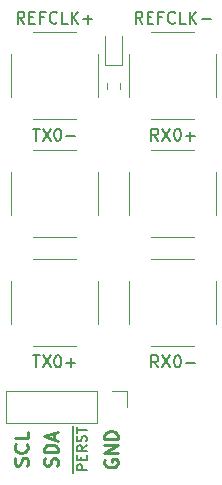
<source format=gto>
G04 #@! TF.GenerationSoftware,KiCad,Pcbnew,5.1.10*
G04 #@! TF.CreationDate,2021-09-17T19:19:20-07:00*
G04 #@! TF.ProjectId,PCIEX1-SMA,50434945-5831-42d5-934d-412e6b696361,rev?*
G04 #@! TF.SameCoordinates,Original*
G04 #@! TF.FileFunction,Legend,Top*
G04 #@! TF.FilePolarity,Positive*
%FSLAX46Y46*%
G04 Gerber Fmt 4.6, Leading zero omitted, Abs format (unit mm)*
G04 Created by KiCad (PCBNEW 5.1.10) date 2021-09-17 19:19:20*
%MOMM*%
%LPD*%
G01*
G04 APERTURE LIST*
%ADD10C,0.225000*%
%ADD11C,0.150000*%
%ADD12C,0.120000*%
%ADD13R,1.700000X1.700000*%
%ADD14O,1.700000X1.700000*%
%ADD15C,2.050000*%
%ADD16C,2.250000*%
%ADD17R,0.700000X4.300000*%
%ADD18R,0.700000X3.200000*%
G04 APERTURE END LIST*
D10*
X149775000Y-108776190D02*
X149720238Y-108885714D01*
X149720238Y-109050000D01*
X149775000Y-109214285D01*
X149884523Y-109323809D01*
X149994047Y-109378571D01*
X150213095Y-109433333D01*
X150377380Y-109433333D01*
X150596428Y-109378571D01*
X150705952Y-109323809D01*
X150815476Y-109214285D01*
X150870238Y-109050000D01*
X150870238Y-108940476D01*
X150815476Y-108776190D01*
X150760714Y-108721428D01*
X150377380Y-108721428D01*
X150377380Y-108940476D01*
X150870238Y-108228571D02*
X149720238Y-108228571D01*
X150870238Y-107571428D01*
X149720238Y-107571428D01*
X150870238Y-107023809D02*
X149720238Y-107023809D01*
X149720238Y-106750000D01*
X149775000Y-106585714D01*
X149884523Y-106476190D01*
X149994047Y-106421428D01*
X150213095Y-106366666D01*
X150377380Y-106366666D01*
X150596428Y-106421428D01*
X150705952Y-106476190D01*
X150815476Y-106585714D01*
X150870238Y-106750000D01*
X150870238Y-107023809D01*
D11*
X147043000Y-109863095D02*
X147043000Y-109013095D01*
X148234523Y-109660714D02*
X147384523Y-109660714D01*
X147384523Y-109336904D01*
X147425000Y-109255952D01*
X147465476Y-109215476D01*
X147546428Y-109175000D01*
X147667857Y-109175000D01*
X147748809Y-109215476D01*
X147789285Y-109255952D01*
X147829761Y-109336904D01*
X147829761Y-109660714D01*
X147043000Y-109013095D02*
X147043000Y-108244047D01*
X147789285Y-108810714D02*
X147789285Y-108527380D01*
X148234523Y-108405952D02*
X148234523Y-108810714D01*
X147384523Y-108810714D01*
X147384523Y-108405952D01*
X147043000Y-108244047D02*
X147043000Y-107394047D01*
X148234523Y-107555952D02*
X147829761Y-107839285D01*
X148234523Y-108041666D02*
X147384523Y-108041666D01*
X147384523Y-107717857D01*
X147425000Y-107636904D01*
X147465476Y-107596428D01*
X147546428Y-107555952D01*
X147667857Y-107555952D01*
X147748809Y-107596428D01*
X147789285Y-107636904D01*
X147829761Y-107717857D01*
X147829761Y-108041666D01*
X147043000Y-107394047D02*
X147043000Y-106584523D01*
X148194047Y-107232142D02*
X148234523Y-107110714D01*
X148234523Y-106908333D01*
X148194047Y-106827380D01*
X148153571Y-106786904D01*
X148072619Y-106746428D01*
X147991666Y-106746428D01*
X147910714Y-106786904D01*
X147870238Y-106827380D01*
X147829761Y-106908333D01*
X147789285Y-107070238D01*
X147748809Y-107151190D01*
X147708333Y-107191666D01*
X147627380Y-107232142D01*
X147546428Y-107232142D01*
X147465476Y-107191666D01*
X147425000Y-107151190D01*
X147384523Y-107070238D01*
X147384523Y-106867857D01*
X147425000Y-106746428D01*
X147043000Y-106584523D02*
X147043000Y-105936904D01*
X147384523Y-106503571D02*
X147384523Y-106017857D01*
X148234523Y-106260714D02*
X147384523Y-106260714D01*
D10*
X145715476Y-109296428D02*
X145770238Y-109132142D01*
X145770238Y-108858333D01*
X145715476Y-108748809D01*
X145660714Y-108694047D01*
X145551190Y-108639285D01*
X145441666Y-108639285D01*
X145332142Y-108694047D01*
X145277380Y-108748809D01*
X145222619Y-108858333D01*
X145167857Y-109077380D01*
X145113095Y-109186904D01*
X145058333Y-109241666D01*
X144948809Y-109296428D01*
X144839285Y-109296428D01*
X144729761Y-109241666D01*
X144675000Y-109186904D01*
X144620238Y-109077380D01*
X144620238Y-108803571D01*
X144675000Y-108639285D01*
X145770238Y-108146428D02*
X144620238Y-108146428D01*
X144620238Y-107872619D01*
X144675000Y-107708333D01*
X144784523Y-107598809D01*
X144894047Y-107544047D01*
X145113095Y-107489285D01*
X145277380Y-107489285D01*
X145496428Y-107544047D01*
X145605952Y-107598809D01*
X145715476Y-107708333D01*
X145770238Y-107872619D01*
X145770238Y-108146428D01*
X145441666Y-107051190D02*
X145441666Y-106503571D01*
X145770238Y-107160714D02*
X144620238Y-106777380D01*
X145770238Y-106394047D01*
X143215476Y-109269047D02*
X143270238Y-109104761D01*
X143270238Y-108830952D01*
X143215476Y-108721428D01*
X143160714Y-108666666D01*
X143051190Y-108611904D01*
X142941666Y-108611904D01*
X142832142Y-108666666D01*
X142777380Y-108721428D01*
X142722619Y-108830952D01*
X142667857Y-109050000D01*
X142613095Y-109159523D01*
X142558333Y-109214285D01*
X142448809Y-109269047D01*
X142339285Y-109269047D01*
X142229761Y-109214285D01*
X142175000Y-109159523D01*
X142120238Y-109050000D01*
X142120238Y-108776190D01*
X142175000Y-108611904D01*
X143160714Y-107461904D02*
X143215476Y-107516666D01*
X143270238Y-107680952D01*
X143270238Y-107790476D01*
X143215476Y-107954761D01*
X143105952Y-108064285D01*
X142996428Y-108119047D01*
X142777380Y-108173809D01*
X142613095Y-108173809D01*
X142394047Y-108119047D01*
X142284523Y-108064285D01*
X142175000Y-107954761D01*
X142120238Y-107790476D01*
X142120238Y-107680952D01*
X142175000Y-107516666D01*
X142229761Y-107461904D01*
X143270238Y-106421428D02*
X143270238Y-106969047D01*
X142120238Y-106969047D01*
D11*
X142954761Y-71852380D02*
X142621428Y-71376190D01*
X142383333Y-71852380D02*
X142383333Y-70852380D01*
X142764285Y-70852380D01*
X142859523Y-70900000D01*
X142907142Y-70947619D01*
X142954761Y-71042857D01*
X142954761Y-71185714D01*
X142907142Y-71280952D01*
X142859523Y-71328571D01*
X142764285Y-71376190D01*
X142383333Y-71376190D01*
X143383333Y-71328571D02*
X143716666Y-71328571D01*
X143859523Y-71852380D02*
X143383333Y-71852380D01*
X143383333Y-70852380D01*
X143859523Y-70852380D01*
X144621428Y-71328571D02*
X144288095Y-71328571D01*
X144288095Y-71852380D02*
X144288095Y-70852380D01*
X144764285Y-70852380D01*
X145716666Y-71757142D02*
X145669047Y-71804761D01*
X145526190Y-71852380D01*
X145430952Y-71852380D01*
X145288095Y-71804761D01*
X145192857Y-71709523D01*
X145145238Y-71614285D01*
X145097619Y-71423809D01*
X145097619Y-71280952D01*
X145145238Y-71090476D01*
X145192857Y-70995238D01*
X145288095Y-70900000D01*
X145430952Y-70852380D01*
X145526190Y-70852380D01*
X145669047Y-70900000D01*
X145716666Y-70947619D01*
X146621428Y-71852380D02*
X146145238Y-71852380D01*
X146145238Y-70852380D01*
X146954761Y-71852380D02*
X146954761Y-70852380D01*
X147526190Y-71852380D02*
X147097619Y-71280952D01*
X147526190Y-70852380D02*
X146954761Y-71423809D01*
X147954761Y-71471428D02*
X148716666Y-71471428D01*
X148335714Y-71852380D02*
X148335714Y-71090476D01*
X143692857Y-80752380D02*
X144264285Y-80752380D01*
X143978571Y-81752380D02*
X143978571Y-80752380D01*
X144502380Y-80752380D02*
X145169047Y-81752380D01*
X145169047Y-80752380D02*
X144502380Y-81752380D01*
X145740476Y-80752380D02*
X145835714Y-80752380D01*
X145930952Y-80800000D01*
X145978571Y-80847619D01*
X146026190Y-80942857D01*
X146073809Y-81133333D01*
X146073809Y-81371428D01*
X146026190Y-81561904D01*
X145978571Y-81657142D01*
X145930952Y-81704761D01*
X145835714Y-81752380D01*
X145740476Y-81752380D01*
X145645238Y-81704761D01*
X145597619Y-81657142D01*
X145550000Y-81561904D01*
X145502380Y-81371428D01*
X145502380Y-81133333D01*
X145550000Y-80942857D01*
X145597619Y-80847619D01*
X145645238Y-80800000D01*
X145740476Y-80752380D01*
X146502380Y-81371428D02*
X147264285Y-81371428D01*
X143692857Y-99952380D02*
X144264285Y-99952380D01*
X143978571Y-100952380D02*
X143978571Y-99952380D01*
X144502380Y-99952380D02*
X145169047Y-100952380D01*
X145169047Y-99952380D02*
X144502380Y-100952380D01*
X145740476Y-99952380D02*
X145835714Y-99952380D01*
X145930952Y-100000000D01*
X145978571Y-100047619D01*
X146026190Y-100142857D01*
X146073809Y-100333333D01*
X146073809Y-100571428D01*
X146026190Y-100761904D01*
X145978571Y-100857142D01*
X145930952Y-100904761D01*
X145835714Y-100952380D01*
X145740476Y-100952380D01*
X145645238Y-100904761D01*
X145597619Y-100857142D01*
X145550000Y-100761904D01*
X145502380Y-100571428D01*
X145502380Y-100333333D01*
X145550000Y-100142857D01*
X145597619Y-100047619D01*
X145645238Y-100000000D01*
X145740476Y-99952380D01*
X146502380Y-100571428D02*
X147264285Y-100571428D01*
X146883333Y-100952380D02*
X146883333Y-100190476D01*
X154288095Y-100952380D02*
X153954761Y-100476190D01*
X153716666Y-100952380D02*
X153716666Y-99952380D01*
X154097619Y-99952380D01*
X154192857Y-100000000D01*
X154240476Y-100047619D01*
X154288095Y-100142857D01*
X154288095Y-100285714D01*
X154240476Y-100380952D01*
X154192857Y-100428571D01*
X154097619Y-100476190D01*
X153716666Y-100476190D01*
X154621428Y-99952380D02*
X155288095Y-100952380D01*
X155288095Y-99952380D02*
X154621428Y-100952380D01*
X155859523Y-99952380D02*
X155954761Y-99952380D01*
X156050000Y-100000000D01*
X156097619Y-100047619D01*
X156145238Y-100142857D01*
X156192857Y-100333333D01*
X156192857Y-100571428D01*
X156145238Y-100761904D01*
X156097619Y-100857142D01*
X156050000Y-100904761D01*
X155954761Y-100952380D01*
X155859523Y-100952380D01*
X155764285Y-100904761D01*
X155716666Y-100857142D01*
X155669047Y-100761904D01*
X155621428Y-100571428D01*
X155621428Y-100333333D01*
X155669047Y-100142857D01*
X155716666Y-100047619D01*
X155764285Y-100000000D01*
X155859523Y-99952380D01*
X156621428Y-100571428D02*
X157383333Y-100571428D01*
X154288095Y-81752380D02*
X153954761Y-81276190D01*
X153716666Y-81752380D02*
X153716666Y-80752380D01*
X154097619Y-80752380D01*
X154192857Y-80800000D01*
X154240476Y-80847619D01*
X154288095Y-80942857D01*
X154288095Y-81085714D01*
X154240476Y-81180952D01*
X154192857Y-81228571D01*
X154097619Y-81276190D01*
X153716666Y-81276190D01*
X154621428Y-80752380D02*
X155288095Y-81752380D01*
X155288095Y-80752380D02*
X154621428Y-81752380D01*
X155859523Y-80752380D02*
X155954761Y-80752380D01*
X156050000Y-80800000D01*
X156097619Y-80847619D01*
X156145238Y-80942857D01*
X156192857Y-81133333D01*
X156192857Y-81371428D01*
X156145238Y-81561904D01*
X156097619Y-81657142D01*
X156050000Y-81704761D01*
X155954761Y-81752380D01*
X155859523Y-81752380D01*
X155764285Y-81704761D01*
X155716666Y-81657142D01*
X155669047Y-81561904D01*
X155621428Y-81371428D01*
X155621428Y-81133333D01*
X155669047Y-80942857D01*
X155716666Y-80847619D01*
X155764285Y-80800000D01*
X155859523Y-80752380D01*
X156621428Y-81371428D02*
X157383333Y-81371428D01*
X157002380Y-81752380D02*
X157002380Y-80990476D01*
X152954761Y-71852380D02*
X152621428Y-71376190D01*
X152383333Y-71852380D02*
X152383333Y-70852380D01*
X152764285Y-70852380D01*
X152859523Y-70900000D01*
X152907142Y-70947619D01*
X152954761Y-71042857D01*
X152954761Y-71185714D01*
X152907142Y-71280952D01*
X152859523Y-71328571D01*
X152764285Y-71376190D01*
X152383333Y-71376190D01*
X153383333Y-71328571D02*
X153716666Y-71328571D01*
X153859523Y-71852380D02*
X153383333Y-71852380D01*
X153383333Y-70852380D01*
X153859523Y-70852380D01*
X154621428Y-71328571D02*
X154288095Y-71328571D01*
X154288095Y-71852380D02*
X154288095Y-70852380D01*
X154764285Y-70852380D01*
X155716666Y-71757142D02*
X155669047Y-71804761D01*
X155526190Y-71852380D01*
X155430952Y-71852380D01*
X155288095Y-71804761D01*
X155192857Y-71709523D01*
X155145238Y-71614285D01*
X155097619Y-71423809D01*
X155097619Y-71280952D01*
X155145238Y-71090476D01*
X155192857Y-70995238D01*
X155288095Y-70900000D01*
X155430952Y-70852380D01*
X155526190Y-70852380D01*
X155669047Y-70900000D01*
X155716666Y-70947619D01*
X156621428Y-71852380D02*
X156145238Y-71852380D01*
X156145238Y-70852380D01*
X156954761Y-71852380D02*
X156954761Y-70852380D01*
X157526190Y-71852380D02*
X157097619Y-71280952D01*
X157526190Y-70852380D02*
X156954761Y-71423809D01*
X157954761Y-71471428D02*
X158716666Y-71471428D01*
D12*
X151032500Y-76892776D02*
X151032500Y-77402224D01*
X149987500Y-76892776D02*
X149987500Y-77402224D01*
X149775000Y-72935000D02*
X149775000Y-75395000D01*
X149775000Y-75395000D02*
X151245000Y-75395000D01*
X151245000Y-75395000D02*
X151245000Y-72935000D01*
X141400000Y-102970000D02*
X141400000Y-105630000D01*
X149080000Y-102970000D02*
X141400000Y-102970000D01*
X149080000Y-105630000D02*
X141400000Y-105630000D01*
X149080000Y-102970000D02*
X149080000Y-105630000D01*
X150350000Y-102970000D02*
X151680000Y-102970000D01*
X151680000Y-102970000D02*
X151680000Y-104300000D01*
X153710000Y-72570000D02*
X157310000Y-72570000D01*
X153710000Y-79930000D02*
X157310000Y-79930000D01*
X159190000Y-74450000D02*
X159190000Y-78050000D01*
X151830000Y-74450000D02*
X151830000Y-78050000D01*
X153710000Y-91780000D02*
X157310000Y-91780000D01*
X153710000Y-99140000D02*
X157310000Y-99140000D01*
X159190000Y-93660000D02*
X159190000Y-97260000D01*
X151830000Y-93660000D02*
X151830000Y-97260000D01*
X143710000Y-72570000D02*
X147310000Y-72570000D01*
X143710000Y-79930000D02*
X147310000Y-79930000D01*
X149190000Y-74450000D02*
X149190000Y-78050000D01*
X141830000Y-74450000D02*
X141830000Y-78050000D01*
X153710000Y-82570000D02*
X157310000Y-82570000D01*
X153710000Y-89930000D02*
X157310000Y-89930000D01*
X159190000Y-84450000D02*
X159190000Y-88050000D01*
X151830000Y-84450000D02*
X151830000Y-88050000D01*
X143710000Y-82570000D02*
X147310000Y-82570000D01*
X143710000Y-89930000D02*
X147310000Y-89930000D01*
X149190000Y-84450000D02*
X149190000Y-88050000D01*
X141830000Y-84450000D02*
X141830000Y-88050000D01*
X143710000Y-91780000D02*
X147310000Y-91780000D01*
X143710000Y-99140000D02*
X147310000Y-99140000D01*
X149190000Y-93660000D02*
X149190000Y-97260000D01*
X141830000Y-93660000D02*
X141830000Y-97260000D01*
%LPC*%
G36*
G01*
X150272500Y-75747500D02*
X150747500Y-75747500D01*
G75*
G02*
X150985000Y-75985000I0J-237500D01*
G01*
X150985000Y-76485000D01*
G75*
G02*
X150747500Y-76722500I-237500J0D01*
G01*
X150272500Y-76722500D01*
G75*
G02*
X150035000Y-76485000I0J237500D01*
G01*
X150035000Y-75985000D01*
G75*
G02*
X150272500Y-75747500I237500J0D01*
G01*
G37*
G36*
G01*
X150272500Y-77572500D02*
X150747500Y-77572500D01*
G75*
G02*
X150985000Y-77810000I0J-237500D01*
G01*
X150985000Y-78310000D01*
G75*
G02*
X150747500Y-78547500I-237500J0D01*
G01*
X150272500Y-78547500D01*
G75*
G02*
X150035000Y-78310000I0J237500D01*
G01*
X150035000Y-77810000D01*
G75*
G02*
X150272500Y-77572500I237500J0D01*
G01*
G37*
G36*
G01*
X150747500Y-75135000D02*
X150272500Y-75135000D01*
G75*
G02*
X150035000Y-74897500I0J237500D01*
G01*
X150035000Y-74322500D01*
G75*
G02*
X150272500Y-74085000I237500J0D01*
G01*
X150747500Y-74085000D01*
G75*
G02*
X150985000Y-74322500I0J-237500D01*
G01*
X150985000Y-74897500D01*
G75*
G02*
X150747500Y-75135000I-237500J0D01*
G01*
G37*
G36*
G01*
X150747500Y-73385000D02*
X150272500Y-73385000D01*
G75*
G02*
X150035000Y-73147500I0J237500D01*
G01*
X150035000Y-72572500D01*
G75*
G02*
X150272500Y-72335000I237500J0D01*
G01*
X150747500Y-72335000D01*
G75*
G02*
X150985000Y-72572500I0J-237500D01*
G01*
X150985000Y-73147500D01*
G75*
G02*
X150747500Y-73385000I-237500J0D01*
G01*
G37*
D13*
X150350000Y-104300000D03*
D14*
X147810000Y-104300000D03*
X145270000Y-104300000D03*
X142730000Y-104300000D03*
D15*
X155510000Y-76250000D03*
D16*
X158050000Y-78790000D03*
X158050000Y-73710000D03*
X152970000Y-73710000D03*
X152970000Y-78790000D03*
D15*
X155510000Y-95460000D03*
D16*
X158050000Y-98000000D03*
X158050000Y-92920000D03*
X152970000Y-92920000D03*
X152970000Y-98000000D03*
D15*
X145510000Y-76250000D03*
D16*
X148050000Y-78790000D03*
X148050000Y-73710000D03*
X142970000Y-73710000D03*
X142970000Y-78790000D03*
D15*
X155510000Y-86250000D03*
D16*
X158050000Y-88790000D03*
X158050000Y-83710000D03*
X152970000Y-83710000D03*
X152970000Y-88790000D03*
D15*
X145510000Y-86250000D03*
D16*
X148050000Y-88790000D03*
X148050000Y-83710000D03*
X142970000Y-83710000D03*
X142970000Y-88790000D03*
D15*
X145510000Y-95460000D03*
D16*
X148050000Y-98000000D03*
X148050000Y-92920000D03*
X142970000Y-92920000D03*
X142970000Y-98000000D03*
D17*
X155130000Y-112990000D03*
X154130000Y-112990000D03*
X160130000Y-112990000D03*
D18*
X159130000Y-112440000D03*
D17*
X158130000Y-112990000D03*
X157130000Y-112990000D03*
X156130000Y-112990000D03*
X151130000Y-112990000D03*
X150130000Y-112990000D03*
X149130000Y-112990000D03*
X148130000Y-112990000D03*
X147130000Y-112990000D03*
X146130000Y-112990000D03*
X145130000Y-112990000D03*
X144130000Y-112990000D03*
X143130000Y-112990000D03*
X142130000Y-112990000D03*
X141130000Y-112990000D03*
M02*

</source>
